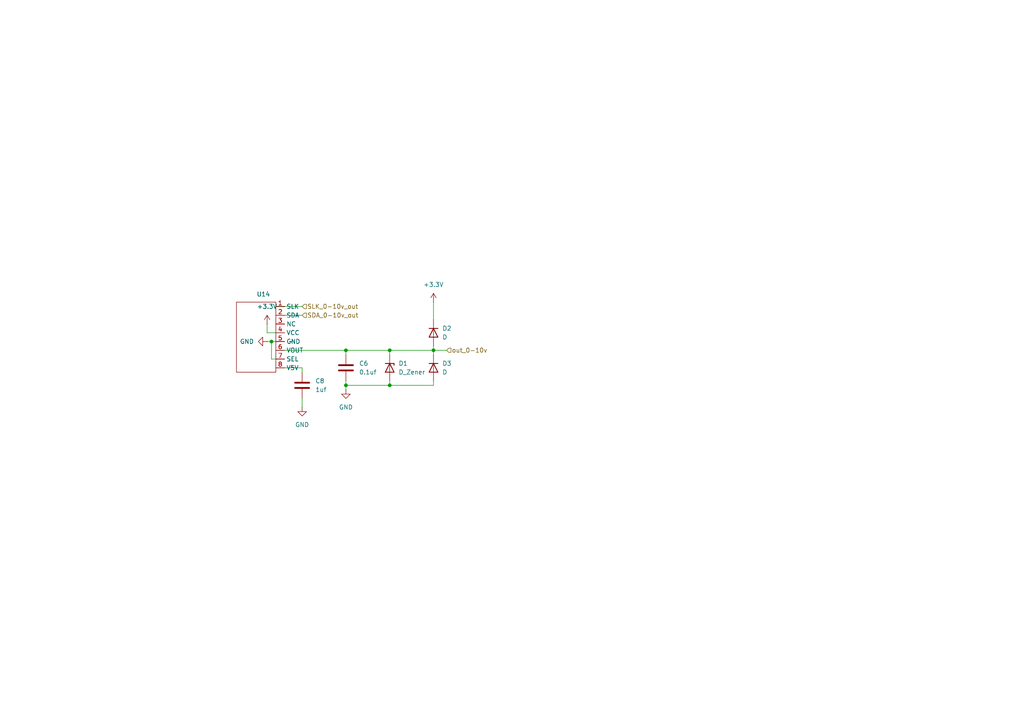
<source format=kicad_sch>
(kicad_sch
	(version 20250114)
	(generator "eeschema")
	(generator_version "9.0")
	(uuid "d7c3933e-f9ec-4a6a-a4d4-1d35525ba12a")
	(paper "A4")
	(lib_symbols
		(symbol "Device:C"
			(pin_numbers
				(hide yes)
			)
			(pin_names
				(offset 0.254)
			)
			(exclude_from_sim no)
			(in_bom yes)
			(on_board yes)
			(property "Reference" "C"
				(at 0.635 2.54 0)
				(effects
					(font
						(size 1.27 1.27)
					)
					(justify left)
				)
			)
			(property "Value" "C"
				(at 0.635 -2.54 0)
				(effects
					(font
						(size 1.27 1.27)
					)
					(justify left)
				)
			)
			(property "Footprint" ""
				(at 0.9652 -3.81 0)
				(effects
					(font
						(size 1.27 1.27)
					)
					(hide yes)
				)
			)
			(property "Datasheet" "~"
				(at 0 0 0)
				(effects
					(font
						(size 1.27 1.27)
					)
					(hide yes)
				)
			)
			(property "Description" "Unpolarized capacitor"
				(at 0 0 0)
				(effects
					(font
						(size 1.27 1.27)
					)
					(hide yes)
				)
			)
			(property "ki_keywords" "cap capacitor"
				(at 0 0 0)
				(effects
					(font
						(size 1.27 1.27)
					)
					(hide yes)
				)
			)
			(property "ki_fp_filters" "C_*"
				(at 0 0 0)
				(effects
					(font
						(size 1.27 1.27)
					)
					(hide yes)
				)
			)
			(symbol "C_0_1"
				(polyline
					(pts
						(xy -2.032 0.762) (xy 2.032 0.762)
					)
					(stroke
						(width 0.508)
						(type default)
					)
					(fill
						(type none)
					)
				)
				(polyline
					(pts
						(xy -2.032 -0.762) (xy 2.032 -0.762)
					)
					(stroke
						(width 0.508)
						(type default)
					)
					(fill
						(type none)
					)
				)
			)
			(symbol "C_1_1"
				(pin passive line
					(at 0 3.81 270)
					(length 2.794)
					(name "~"
						(effects
							(font
								(size 1.27 1.27)
							)
						)
					)
					(number "1"
						(effects
							(font
								(size 1.27 1.27)
							)
						)
					)
				)
				(pin passive line
					(at 0 -3.81 90)
					(length 2.794)
					(name "~"
						(effects
							(font
								(size 1.27 1.27)
							)
						)
					)
					(number "2"
						(effects
							(font
								(size 1.27 1.27)
							)
						)
					)
				)
			)
			(embedded_fonts no)
		)
		(symbol "Device:D"
			(pin_numbers
				(hide yes)
			)
			(pin_names
				(offset 1.016)
				(hide yes)
			)
			(exclude_from_sim no)
			(in_bom yes)
			(on_board yes)
			(property "Reference" "D"
				(at 0 2.54 0)
				(effects
					(font
						(size 1.27 1.27)
					)
				)
			)
			(property "Value" "D"
				(at 0 -2.54 0)
				(effects
					(font
						(size 1.27 1.27)
					)
				)
			)
			(property "Footprint" ""
				(at 0 0 0)
				(effects
					(font
						(size 1.27 1.27)
					)
					(hide yes)
				)
			)
			(property "Datasheet" "~"
				(at 0 0 0)
				(effects
					(font
						(size 1.27 1.27)
					)
					(hide yes)
				)
			)
			(property "Description" "Diode"
				(at 0 0 0)
				(effects
					(font
						(size 1.27 1.27)
					)
					(hide yes)
				)
			)
			(property "Sim.Device" "D"
				(at 0 0 0)
				(effects
					(font
						(size 1.27 1.27)
					)
					(hide yes)
				)
			)
			(property "Sim.Pins" "1=K 2=A"
				(at 0 0 0)
				(effects
					(font
						(size 1.27 1.27)
					)
					(hide yes)
				)
			)
			(property "ki_keywords" "diode"
				(at 0 0 0)
				(effects
					(font
						(size 1.27 1.27)
					)
					(hide yes)
				)
			)
			(property "ki_fp_filters" "TO-???* *_Diode_* *SingleDiode* D_*"
				(at 0 0 0)
				(effects
					(font
						(size 1.27 1.27)
					)
					(hide yes)
				)
			)
			(symbol "D_0_1"
				(polyline
					(pts
						(xy -1.27 1.27) (xy -1.27 -1.27)
					)
					(stroke
						(width 0.254)
						(type default)
					)
					(fill
						(type none)
					)
				)
				(polyline
					(pts
						(xy 1.27 1.27) (xy 1.27 -1.27) (xy -1.27 0) (xy 1.27 1.27)
					)
					(stroke
						(width 0.254)
						(type default)
					)
					(fill
						(type none)
					)
				)
				(polyline
					(pts
						(xy 1.27 0) (xy -1.27 0)
					)
					(stroke
						(width 0)
						(type default)
					)
					(fill
						(type none)
					)
				)
			)
			(symbol "D_1_1"
				(pin passive line
					(at -3.81 0 0)
					(length 2.54)
					(name "K"
						(effects
							(font
								(size 1.27 1.27)
							)
						)
					)
					(number "1"
						(effects
							(font
								(size 1.27 1.27)
							)
						)
					)
				)
				(pin passive line
					(at 3.81 0 180)
					(length 2.54)
					(name "A"
						(effects
							(font
								(size 1.27 1.27)
							)
						)
					)
					(number "2"
						(effects
							(font
								(size 1.27 1.27)
							)
						)
					)
				)
			)
			(embedded_fonts no)
		)
		(symbol "Device:D_Zener"
			(pin_numbers
				(hide yes)
			)
			(pin_names
				(offset 1.016)
				(hide yes)
			)
			(exclude_from_sim no)
			(in_bom yes)
			(on_board yes)
			(property "Reference" "D"
				(at 0 2.54 0)
				(effects
					(font
						(size 1.27 1.27)
					)
				)
			)
			(property "Value" "D_Zener"
				(at 0 -2.54 0)
				(effects
					(font
						(size 1.27 1.27)
					)
				)
			)
			(property "Footprint" ""
				(at 0 0 0)
				(effects
					(font
						(size 1.27 1.27)
					)
					(hide yes)
				)
			)
			(property "Datasheet" "~"
				(at 0 0 0)
				(effects
					(font
						(size 1.27 1.27)
					)
					(hide yes)
				)
			)
			(property "Description" "Zener diode"
				(at 0 0 0)
				(effects
					(font
						(size 1.27 1.27)
					)
					(hide yes)
				)
			)
			(property "ki_keywords" "diode"
				(at 0 0 0)
				(effects
					(font
						(size 1.27 1.27)
					)
					(hide yes)
				)
			)
			(property "ki_fp_filters" "TO-???* *_Diode_* *SingleDiode* D_*"
				(at 0 0 0)
				(effects
					(font
						(size 1.27 1.27)
					)
					(hide yes)
				)
			)
			(symbol "D_Zener_0_1"
				(polyline
					(pts
						(xy -1.27 -1.27) (xy -1.27 1.27) (xy -0.762 1.27)
					)
					(stroke
						(width 0.254)
						(type default)
					)
					(fill
						(type none)
					)
				)
				(polyline
					(pts
						(xy 1.27 0) (xy -1.27 0)
					)
					(stroke
						(width 0)
						(type default)
					)
					(fill
						(type none)
					)
				)
				(polyline
					(pts
						(xy 1.27 -1.27) (xy 1.27 1.27) (xy -1.27 0) (xy 1.27 -1.27)
					)
					(stroke
						(width 0.254)
						(type default)
					)
					(fill
						(type none)
					)
				)
			)
			(symbol "D_Zener_1_1"
				(pin passive line
					(at -3.81 0 0)
					(length 2.54)
					(name "K"
						(effects
							(font
								(size 1.27 1.27)
							)
						)
					)
					(number "1"
						(effects
							(font
								(size 1.27 1.27)
							)
						)
					)
				)
				(pin passive line
					(at 3.81 0 180)
					(length 2.54)
					(name "A"
						(effects
							(font
								(size 1.27 1.27)
							)
						)
					)
					(number "2"
						(effects
							(font
								(size 1.27 1.27)
							)
						)
					)
				)
			)
			(embedded_fonts no)
		)
		(symbol "GP8201S:GP8201S"
			(exclude_from_sim no)
			(in_bom yes)
			(on_board yes)
			(property "Reference" "U"
				(at 0 0 0)
				(effects
					(font
						(size 1.27 1.27)
					)
				)
			)
			(property "Value" ""
				(at 0 0 0)
				(effects
					(font
						(size 1.27 1.27)
					)
				)
			)
			(property "Footprint" ""
				(at 0 0 0)
				(effects
					(font
						(size 1.27 1.27)
					)
					(hide yes)
				)
			)
			(property "Datasheet" ""
				(at 0 0 0)
				(effects
					(font
						(size 1.27 1.27)
					)
					(hide yes)
				)
			)
			(property "Description" ""
				(at 0 0 0)
				(effects
					(font
						(size 1.27 1.27)
					)
					(hide yes)
				)
			)
			(symbol "GP8201S_0_1"
				(rectangle
					(start -12.7 -1.27)
					(end -1.27 -21.59)
					(stroke
						(width 0)
						(type default)
					)
					(fill
						(type none)
					)
				)
			)
			(symbol "GP8201S_1_1"
				(pin input line
					(at -1.27 -2.54 0)
					(length 2.54)
					(name "SLK"
						(effects
							(font
								(size 1.27 1.27)
							)
						)
					)
					(number "1"
						(effects
							(font
								(size 1.27 1.27)
							)
						)
					)
				)
				(pin input line
					(at -1.27 -5.08 0)
					(length 2.54)
					(name "SDA"
						(effects
							(font
								(size 1.27 1.27)
							)
						)
					)
					(number "2"
						(effects
							(font
								(size 1.27 1.27)
							)
						)
					)
				)
				(pin input line
					(at -1.27 -7.62 0)
					(length 2.54)
					(name "NC"
						(effects
							(font
								(size 1.27 1.27)
							)
						)
					)
					(number "3"
						(effects
							(font
								(size 1.27 1.27)
							)
						)
					)
				)
				(pin input line
					(at -1.27 -10.16 0)
					(length 2.54)
					(name "VCC"
						(effects
							(font
								(size 1.27 1.27)
							)
						)
					)
					(number "4"
						(effects
							(font
								(size 1.27 1.27)
							)
						)
					)
				)
				(pin input line
					(at -1.27 -12.7 0)
					(length 2.54)
					(name "GND"
						(effects
							(font
								(size 1.27 1.27)
							)
						)
					)
					(number "5"
						(effects
							(font
								(size 1.27 1.27)
							)
						)
					)
				)
				(pin input line
					(at -1.27 -15.24 0)
					(length 2.54)
					(name "VOUT"
						(effects
							(font
								(size 1.27 1.27)
							)
						)
					)
					(number "6"
						(effects
							(font
								(size 1.27 1.27)
							)
						)
					)
				)
				(pin input line
					(at -1.27 -17.78 0)
					(length 2.54)
					(name "SEL"
						(effects
							(font
								(size 1.27 1.27)
							)
						)
					)
					(number "7"
						(effects
							(font
								(size 1.27 1.27)
							)
						)
					)
				)
				(pin input line
					(at -1.27 -20.32 0)
					(length 2.54)
					(name "V5V"
						(effects
							(font
								(size 1.27 1.27)
							)
						)
					)
					(number "8"
						(effects
							(font
								(size 1.27 1.27)
							)
						)
					)
				)
			)
			(embedded_fonts no)
		)
		(symbol "power:+3.3V"
			(power)
			(pin_numbers
				(hide yes)
			)
			(pin_names
				(offset 0)
				(hide yes)
			)
			(exclude_from_sim no)
			(in_bom yes)
			(on_board yes)
			(property "Reference" "#PWR"
				(at 0 -3.81 0)
				(effects
					(font
						(size 1.27 1.27)
					)
					(hide yes)
				)
			)
			(property "Value" "+3.3V"
				(at 0 3.556 0)
				(effects
					(font
						(size 1.27 1.27)
					)
				)
			)
			(property "Footprint" ""
				(at 0 0 0)
				(effects
					(font
						(size 1.27 1.27)
					)
					(hide yes)
				)
			)
			(property "Datasheet" ""
				(at 0 0 0)
				(effects
					(font
						(size 1.27 1.27)
					)
					(hide yes)
				)
			)
			(property "Description" "Power symbol creates a global label with name \"+3.3V\""
				(at 0 0 0)
				(effects
					(font
						(size 1.27 1.27)
					)
					(hide yes)
				)
			)
			(property "ki_keywords" "global power"
				(at 0 0 0)
				(effects
					(font
						(size 1.27 1.27)
					)
					(hide yes)
				)
			)
			(symbol "+3.3V_0_1"
				(polyline
					(pts
						(xy -0.762 1.27) (xy 0 2.54)
					)
					(stroke
						(width 0)
						(type default)
					)
					(fill
						(type none)
					)
				)
				(polyline
					(pts
						(xy 0 2.54) (xy 0.762 1.27)
					)
					(stroke
						(width 0)
						(type default)
					)
					(fill
						(type none)
					)
				)
				(polyline
					(pts
						(xy 0 0) (xy 0 2.54)
					)
					(stroke
						(width 0)
						(type default)
					)
					(fill
						(type none)
					)
				)
			)
			(symbol "+3.3V_1_1"
				(pin power_in line
					(at 0 0 90)
					(length 0)
					(name "~"
						(effects
							(font
								(size 1.27 1.27)
							)
						)
					)
					(number "1"
						(effects
							(font
								(size 1.27 1.27)
							)
						)
					)
				)
			)
			(embedded_fonts no)
		)
		(symbol "power:GND"
			(power)
			(pin_numbers
				(hide yes)
			)
			(pin_names
				(offset 0)
				(hide yes)
			)
			(exclude_from_sim no)
			(in_bom yes)
			(on_board yes)
			(property "Reference" "#PWR"
				(at 0 -6.35 0)
				(effects
					(font
						(size 1.27 1.27)
					)
					(hide yes)
				)
			)
			(property "Value" "GND"
				(at 0 -3.81 0)
				(effects
					(font
						(size 1.27 1.27)
					)
				)
			)
			(property "Footprint" ""
				(at 0 0 0)
				(effects
					(font
						(size 1.27 1.27)
					)
					(hide yes)
				)
			)
			(property "Datasheet" ""
				(at 0 0 0)
				(effects
					(font
						(size 1.27 1.27)
					)
					(hide yes)
				)
			)
			(property "Description" "Power symbol creates a global label with name \"GND\" , ground"
				(at 0 0 0)
				(effects
					(font
						(size 1.27 1.27)
					)
					(hide yes)
				)
			)
			(property "ki_keywords" "global power"
				(at 0 0 0)
				(effects
					(font
						(size 1.27 1.27)
					)
					(hide yes)
				)
			)
			(symbol "GND_0_1"
				(polyline
					(pts
						(xy 0 0) (xy 0 -1.27) (xy 1.27 -1.27) (xy 0 -2.54) (xy -1.27 -1.27) (xy 0 -1.27)
					)
					(stroke
						(width 0)
						(type default)
					)
					(fill
						(type none)
					)
				)
			)
			(symbol "GND_1_1"
				(pin power_in line
					(at 0 0 270)
					(length 0)
					(name "~"
						(effects
							(font
								(size 1.27 1.27)
							)
						)
					)
					(number "1"
						(effects
							(font
								(size 1.27 1.27)
							)
						)
					)
				)
			)
			(embedded_fonts no)
		)
	)
	(junction
		(at 125.73 101.6)
		(diameter 0)
		(color 0 0 0 0)
		(uuid "0c23a5c3-961b-4c50-ac5b-a65b8c3a75fc")
	)
	(junction
		(at 78.74 99.06)
		(diameter 0)
		(color 0 0 0 0)
		(uuid "118b0f27-7c8f-4728-9625-4eca6b55603c")
	)
	(junction
		(at 100.33 101.6)
		(diameter 0)
		(color 0 0 0 0)
		(uuid "54ed565e-3420-4863-8daa-c3dade617aba")
	)
	(junction
		(at 113.03 111.76)
		(diameter 0)
		(color 0 0 0 0)
		(uuid "9c097064-0b3c-4f36-9a0b-264e8f76b1d2")
	)
	(junction
		(at 113.03 101.6)
		(diameter 0)
		(color 0 0 0 0)
		(uuid "add3b0be-3b2b-4131-83b4-67b85b645688")
	)
	(junction
		(at 100.33 111.76)
		(diameter 0)
		(color 0 0 0 0)
		(uuid "e9c03acc-cd33-4a93-a9bc-8f6d5ba7460c")
	)
	(wire
		(pts
			(xy 125.73 101.6) (xy 129.54 101.6)
		)
		(stroke
			(width 0)
			(type default)
		)
		(uuid "04e10c4c-65c6-4dfa-93fd-2a68d0bc7697")
	)
	(wire
		(pts
			(xy 100.33 111.76) (xy 100.33 113.03)
		)
		(stroke
			(width 0)
			(type default)
		)
		(uuid "04f9373c-4aa9-4286-af89-d6e824c53de1")
	)
	(wire
		(pts
			(xy 77.47 99.06) (xy 78.74 99.06)
		)
		(stroke
			(width 0)
			(type default)
		)
		(uuid "182d432c-b8d8-40b7-831f-6e789320ec0d")
	)
	(wire
		(pts
			(xy 125.73 111.76) (xy 113.03 111.76)
		)
		(stroke
			(width 0)
			(type default)
		)
		(uuid "2bced0ec-53bd-42a2-8d6e-c62b53bf7639")
	)
	(wire
		(pts
			(xy 113.03 101.6) (xy 125.73 101.6)
		)
		(stroke
			(width 0)
			(type default)
		)
		(uuid "2ca4e73d-1791-42bd-abd3-ca643b204c84")
	)
	(wire
		(pts
			(xy 100.33 110.49) (xy 100.33 111.76)
		)
		(stroke
			(width 0)
			(type default)
		)
		(uuid "3d44241e-81f6-427f-abec-e3ed274c8917")
	)
	(wire
		(pts
			(xy 100.33 102.87) (xy 100.33 101.6)
		)
		(stroke
			(width 0)
			(type default)
		)
		(uuid "40c408d7-6582-45bb-9a72-799a05a300cd")
	)
	(wire
		(pts
			(xy 78.74 99.06) (xy 80.01 99.06)
		)
		(stroke
			(width 0)
			(type default)
		)
		(uuid "4ae6d1d7-40c9-4654-9937-200634f46e4f")
	)
	(wire
		(pts
			(xy 87.63 115.57) (xy 87.63 118.11)
		)
		(stroke
			(width 0)
			(type default)
		)
		(uuid "4c7dddc0-6593-416b-9d87-b2213030af59")
	)
	(wire
		(pts
			(xy 80.01 104.14) (xy 78.74 104.14)
		)
		(stroke
			(width 0)
			(type default)
		)
		(uuid "5b1c2ef9-9ca3-44c4-833e-d20c5398a252")
	)
	(wire
		(pts
			(xy 80.01 91.44) (xy 87.63 91.44)
		)
		(stroke
			(width 0)
			(type default)
		)
		(uuid "5d6ca135-2759-4a09-bb2a-d0bc940438bb")
	)
	(wire
		(pts
			(xy 87.63 107.95) (xy 87.63 106.68)
		)
		(stroke
			(width 0)
			(type default)
		)
		(uuid "5f622307-be27-4174-8129-b72f6f45996b")
	)
	(wire
		(pts
			(xy 113.03 111.76) (xy 100.33 111.76)
		)
		(stroke
			(width 0)
			(type default)
		)
		(uuid "7092b087-8e89-4c3e-b6b2-9f6292568404")
	)
	(wire
		(pts
			(xy 113.03 102.87) (xy 113.03 101.6)
		)
		(stroke
			(width 0)
			(type default)
		)
		(uuid "7ee91abd-5f03-4259-a90e-9d56b6c21c4d")
	)
	(wire
		(pts
			(xy 77.47 96.52) (xy 80.01 96.52)
		)
		(stroke
			(width 0)
			(type default)
		)
		(uuid "8231918c-53e2-4d54-acaf-2cc119e8cf84")
	)
	(wire
		(pts
			(xy 77.47 93.98) (xy 77.47 96.52)
		)
		(stroke
			(width 0)
			(type default)
		)
		(uuid "82354fa0-74d0-49c1-b53e-0c1239438048")
	)
	(wire
		(pts
			(xy 100.33 101.6) (xy 113.03 101.6)
		)
		(stroke
			(width 0)
			(type default)
		)
		(uuid "8924d94f-3273-496d-a765-f59b7484c97f")
	)
	(wire
		(pts
			(xy 80.01 101.6) (xy 100.33 101.6)
		)
		(stroke
			(width 0)
			(type default)
		)
		(uuid "8b016935-c77e-4a5a-8e69-2dec74ea970f")
	)
	(wire
		(pts
			(xy 125.73 100.33) (xy 125.73 101.6)
		)
		(stroke
			(width 0)
			(type default)
		)
		(uuid "8cafab46-47f4-415b-b77e-89d65a5aa8a5")
	)
	(wire
		(pts
			(xy 87.63 106.68) (xy 80.01 106.68)
		)
		(stroke
			(width 0)
			(type default)
		)
		(uuid "9ecb7f05-9ee9-4a35-bb12-7b86bdeb209c")
	)
	(wire
		(pts
			(xy 125.73 110.49) (xy 125.73 111.76)
		)
		(stroke
			(width 0)
			(type default)
		)
		(uuid "a688761b-421e-4021-8e2c-1bebc5d7901d")
	)
	(wire
		(pts
			(xy 125.73 101.6) (xy 125.73 102.87)
		)
		(stroke
			(width 0)
			(type default)
		)
		(uuid "b78d4516-3c12-407e-a36e-d7be2b58878d")
	)
	(wire
		(pts
			(xy 78.74 104.14) (xy 78.74 99.06)
		)
		(stroke
			(width 0)
			(type default)
		)
		(uuid "c240a77c-ccd3-432c-a3ad-fef4f2df531e")
	)
	(wire
		(pts
			(xy 80.01 88.9) (xy 87.63 88.9)
		)
		(stroke
			(width 0)
			(type default)
		)
		(uuid "d652b140-8999-4c2b-9349-d33c7873c161")
	)
	(wire
		(pts
			(xy 113.03 110.49) (xy 113.03 111.76)
		)
		(stroke
			(width 0)
			(type default)
		)
		(uuid "d9ba488f-3097-4aeb-b037-059f0b7de3f4")
	)
	(wire
		(pts
			(xy 125.73 87.63) (xy 125.73 92.71)
		)
		(stroke
			(width 0)
			(type default)
		)
		(uuid "e5aa19d8-83fe-4ff9-9fd9-b6290acd251a")
	)
	(hierarchical_label "out_0-10v"
		(shape input)
		(at 129.54 101.6 0)
		(effects
			(font
				(size 1.27 1.27)
			)
			(justify left)
		)
		(uuid "7b619a4e-9cef-4c9d-8868-21592bfc0d48")
	)
	(hierarchical_label "SDA_0-10v_out"
		(shape input)
		(at 87.63 91.44 0)
		(effects
			(font
				(size 1.27 1.27)
			)
			(justify left)
		)
		(uuid "ac756ea1-71ae-4eae-b216-a5726331a3e3")
	)
	(hierarchical_label "SLK_0-10v_out"
		(shape input)
		(at 87.63 88.9 0)
		(effects
			(font
				(size 1.27 1.27)
			)
			(justify left)
		)
		(uuid "afb26099-c0d4-451f-9bf5-882d6480aa9d")
	)
	(symbol
		(lib_id "Device:C")
		(at 87.63 111.76 0)
		(unit 1)
		(exclude_from_sim no)
		(in_bom yes)
		(on_board yes)
		(dnp no)
		(fields_autoplaced yes)
		(uuid "09533db4-9c71-43e4-86ae-87b87cfb81f5")
		(property "Reference" "C8"
			(at 91.44 110.4899 0)
			(effects
				(font
					(size 1.27 1.27)
				)
				(justify left)
			)
		)
		(property "Value" "1uf"
			(at 91.44 113.0299 0)
			(effects
				(font
					(size 1.27 1.27)
				)
				(justify left)
			)
		)
		(property "Footprint" "Capacitor_SMD:C_0805_2012Metric"
			(at 88.5952 115.57 0)
			(effects
				(font
					(size 1.27 1.27)
				)
				(hide yes)
			)
		)
		(property "Datasheet" "~"
			(at 87.63 111.76 0)
			(effects
				(font
					(size 1.27 1.27)
				)
				(hide yes)
			)
		)
		(property "Description" "Unpolarized capacitor"
			(at 87.63 111.76 0)
			(effects
				(font
					(size 1.27 1.27)
				)
				(hide yes)
			)
		)
		(pin "1"
			(uuid "a2b2e9a3-31b0-4e80-8da6-c1ff045a4574")
		)
		(pin "2"
			(uuid "6bdbb4b8-6959-45f8-9614-f28fc59f318d")
		)
		(instances
			(project "ZorionX-Nivara"
				(path "/ae5c9891-8291-492e-8a61-8ac340267b67/d47eca49-96e4-4138-8979-47bb60019f67/0ee5674e-5226-4ebb-9d35-341cfb3e3a28"
					(reference "C8")
					(unit 1)
				)
			)
		)
	)
	(symbol
		(lib_id "power:GND")
		(at 77.47 99.06 270)
		(unit 1)
		(exclude_from_sim no)
		(in_bom yes)
		(on_board yes)
		(dnp no)
		(fields_autoplaced yes)
		(uuid "1a32d53b-bef8-4d5b-89bf-f6856ba9462e")
		(property "Reference" "#PWR056"
			(at 71.12 99.06 0)
			(effects
				(font
					(size 1.27 1.27)
				)
				(hide yes)
			)
		)
		(property "Value" "GND"
			(at 73.66 99.0599 90)
			(effects
				(font
					(size 1.27 1.27)
				)
				(justify right)
			)
		)
		(property "Footprint" ""
			(at 77.47 99.06 0)
			(effects
				(font
					(size 1.27 1.27)
				)
				(hide yes)
			)
		)
		(property "Datasheet" ""
			(at 77.47 99.06 0)
			(effects
				(font
					(size 1.27 1.27)
				)
				(hide yes)
			)
		)
		(property "Description" "Power symbol creates a global label with name \"GND\" , ground"
			(at 77.47 99.06 0)
			(effects
				(font
					(size 1.27 1.27)
				)
				(hide yes)
			)
		)
		(pin "1"
			(uuid "43b2cfa5-ea81-4c9e-9f23-3c1dadee08c0")
		)
		(instances
			(project "ZorionX-Nivara"
				(path "/ae5c9891-8291-492e-8a61-8ac340267b67/d47eca49-96e4-4138-8979-47bb60019f67/0ee5674e-5226-4ebb-9d35-341cfb3e3a28"
					(reference "#PWR056")
					(unit 1)
				)
			)
		)
	)
	(symbol
		(lib_id "GP8201S:GP8201S")
		(at 81.28 86.36 0)
		(unit 1)
		(exclude_from_sim no)
		(in_bom yes)
		(on_board yes)
		(dnp no)
		(uuid "32d3a58c-de1c-40f9-bc2a-229207cbc19e")
		(property "Reference" "U14"
			(at 74.422 85.344 0)
			(effects
				(font
					(size 1.27 1.27)
				)
				(justify left)
			)
		)
		(property "Value" "~"
			(at 83.82 99.06 0)
			(effects
				(font
					(size 1.27 1.27)
				)
				(justify left)
			)
		)
		(property "Footprint" ""
			(at 81.28 86.36 0)
			(effects
				(font
					(size 1.27 1.27)
				)
				(hide yes)
			)
		)
		(property "Datasheet" ""
			(at 81.28 86.36 0)
			(effects
				(font
					(size 1.27 1.27)
				)
				(hide yes)
			)
		)
		(property "Description" ""
			(at 81.28 86.36 0)
			(effects
				(font
					(size 1.27 1.27)
				)
				(hide yes)
			)
		)
		(pin "3"
			(uuid "c7013900-5c85-477f-bfb0-84c25d2e3445")
		)
		(pin "4"
			(uuid "5eceb72c-0ff1-449d-b53b-1ac68c4a2354")
		)
		(pin "1"
			(uuid "60fd1602-f3e6-4f70-878f-d09776140331")
		)
		(pin "5"
			(uuid "1624e7fd-9e0f-4a9f-a084-18318b6a9ca0")
		)
		(pin "7"
			(uuid "60f4933b-7dfc-4aea-b3e8-5493e5ac94df")
		)
		(pin "2"
			(uuid "e9639907-1f74-4a3a-893f-8ded2b061fb9")
		)
		(pin "6"
			(uuid "3cc7cd94-d137-4914-b854-a5f53ec7e25d")
		)
		(pin "8"
			(uuid "41cc985b-46df-4536-9a2f-52a1c2011db7")
		)
		(instances
			(project "ZorionX-Nivara"
				(path "/ae5c9891-8291-492e-8a61-8ac340267b67/d47eca49-96e4-4138-8979-47bb60019f67/0ee5674e-5226-4ebb-9d35-341cfb3e3a28"
					(reference "U14")
					(unit 1)
				)
			)
		)
	)
	(symbol
		(lib_id "Device:C")
		(at 100.33 106.68 0)
		(unit 1)
		(exclude_from_sim no)
		(in_bom yes)
		(on_board yes)
		(dnp no)
		(fields_autoplaced yes)
		(uuid "4a578acf-6a7a-456e-92d5-9c2bf627f460")
		(property "Reference" "C6"
			(at 104.14 105.4099 0)
			(effects
				(font
					(size 1.27 1.27)
				)
				(justify left)
			)
		)
		(property "Value" "0.1uf"
			(at 104.14 107.9499 0)
			(effects
				(font
					(size 1.27 1.27)
				)
				(justify left)
			)
		)
		(property "Footprint" "Capacitor_SMD:C_0805_2012Metric"
			(at 101.2952 110.49 0)
			(effects
				(font
					(size 1.27 1.27)
				)
				(hide yes)
			)
		)
		(property "Datasheet" "~"
			(at 100.33 106.68 0)
			(effects
				(font
					(size 1.27 1.27)
				)
				(hide yes)
			)
		)
		(property "Description" "Unpolarized capacitor"
			(at 100.33 106.68 0)
			(effects
				(font
					(size 1.27 1.27)
				)
				(hide yes)
			)
		)
		(pin "1"
			(uuid "0d2341ac-fd42-4825-80d4-a58cdc4f6824")
		)
		(pin "2"
			(uuid "a126a488-ca13-4a15-979c-d78ac1d24309")
		)
		(instances
			(project "ZorionX-Nivara"
				(path "/ae5c9891-8291-492e-8a61-8ac340267b67/d47eca49-96e4-4138-8979-47bb60019f67/0ee5674e-5226-4ebb-9d35-341cfb3e3a28"
					(reference "C6")
					(unit 1)
				)
			)
		)
	)
	(symbol
		(lib_id "Device:D_Zener")
		(at 113.03 106.68 270)
		(unit 1)
		(exclude_from_sim no)
		(in_bom yes)
		(on_board yes)
		(dnp no)
		(fields_autoplaced yes)
		(uuid "4ddce6f4-723b-43bb-a684-9a45e03471cd")
		(property "Reference" "D1"
			(at 115.57 105.4099 90)
			(effects
				(font
					(size 1.27 1.27)
				)
				(justify left)
			)
		)
		(property "Value" "D_Zener"
			(at 115.57 107.9499 90)
			(effects
				(font
					(size 1.27 1.27)
				)
				(justify left)
			)
		)
		(property "Footprint" "Inductor_SMD:L_0201_0603Metric"
			(at 113.03 106.68 0)
			(effects
				(font
					(size 1.27 1.27)
				)
				(hide yes)
			)
		)
		(property "Datasheet" "~"
			(at 113.03 106.68 0)
			(effects
				(font
					(size 1.27 1.27)
				)
				(hide yes)
			)
		)
		(property "Description" "Zener diode"
			(at 113.03 106.68 0)
			(effects
				(font
					(size 1.27 1.27)
				)
				(hide yes)
			)
		)
		(pin "2"
			(uuid "0db59c08-dc7f-4fe9-98e7-ba61d570b516")
		)
		(pin "1"
			(uuid "0fbbba46-708b-4847-8300-8a7be3df3a6b")
		)
		(instances
			(project "ZorionX-Nivara"
				(path "/ae5c9891-8291-492e-8a61-8ac340267b67/d47eca49-96e4-4138-8979-47bb60019f67/0ee5674e-5226-4ebb-9d35-341cfb3e3a28"
					(reference "D1")
					(unit 1)
				)
			)
		)
	)
	(symbol
		(lib_id "power:GND")
		(at 100.33 113.03 0)
		(unit 1)
		(exclude_from_sim no)
		(in_bom yes)
		(on_board yes)
		(dnp no)
		(fields_autoplaced yes)
		(uuid "524de7e0-a7af-4943-9d78-eb56ab0afe55")
		(property "Reference" "#PWR057"
			(at 100.33 119.38 0)
			(effects
				(font
					(size 1.27 1.27)
				)
				(hide yes)
			)
		)
		(property "Value" "GND"
			(at 100.33 118.11 0)
			(effects
				(font
					(size 1.27 1.27)
				)
			)
		)
		(property "Footprint" ""
			(at 100.33 113.03 0)
			(effects
				(font
					(size 1.27 1.27)
				)
				(hide yes)
			)
		)
		(property "Datasheet" ""
			(at 100.33 113.03 0)
			(effects
				(font
					(size 1.27 1.27)
				)
				(hide yes)
			)
		)
		(property "Description" "Power symbol creates a global label with name \"GND\" , ground"
			(at 100.33 113.03 0)
			(effects
				(font
					(size 1.27 1.27)
				)
				(hide yes)
			)
		)
		(pin "1"
			(uuid "dd247e0a-b2e0-427d-827f-b1741a87930f")
		)
		(instances
			(project "ZorionX-Nivara"
				(path "/ae5c9891-8291-492e-8a61-8ac340267b67/d47eca49-96e4-4138-8979-47bb60019f67/0ee5674e-5226-4ebb-9d35-341cfb3e3a28"
					(reference "#PWR057")
					(unit 1)
				)
			)
		)
	)
	(symbol
		(lib_id "Device:D")
		(at 125.73 106.68 270)
		(unit 1)
		(exclude_from_sim no)
		(in_bom yes)
		(on_board yes)
		(dnp no)
		(fields_autoplaced yes)
		(uuid "b871b982-08b4-4d81-b702-d7f10e8dd24e")
		(property "Reference" "D3"
			(at 128.27 105.4099 90)
			(effects
				(font
					(size 1.27 1.27)
				)
				(justify left)
			)
		)
		(property "Value" "D"
			(at 128.27 107.9499 90)
			(effects
				(font
					(size 1.27 1.27)
				)
				(justify left)
			)
		)
		(property "Footprint" "Inductor_SMD:L_0201_0603Metric"
			(at 125.73 106.68 0)
			(effects
				(font
					(size 1.27 1.27)
				)
				(hide yes)
			)
		)
		(property "Datasheet" "~"
			(at 125.73 106.68 0)
			(effects
				(font
					(size 1.27 1.27)
				)
				(hide yes)
			)
		)
		(property "Description" "Diode"
			(at 125.73 106.68 0)
			(effects
				(font
					(size 1.27 1.27)
				)
				(hide yes)
			)
		)
		(property "Sim.Device" "D"
			(at 125.73 106.68 0)
			(effects
				(font
					(size 1.27 1.27)
				)
				(hide yes)
			)
		)
		(property "Sim.Pins" "1=K 2=A"
			(at 125.73 106.68 0)
			(effects
				(font
					(size 1.27 1.27)
				)
				(hide yes)
			)
		)
		(pin "1"
			(uuid "39e8b1d0-e07f-47c0-a529-4d756324dac0")
		)
		(pin "2"
			(uuid "d41ac0a2-7d03-43ab-bf0d-256a4d7cdf33")
		)
		(instances
			(project "ZorionX-Nivara"
				(path "/ae5c9891-8291-492e-8a61-8ac340267b67/d47eca49-96e4-4138-8979-47bb60019f67/0ee5674e-5226-4ebb-9d35-341cfb3e3a28"
					(reference "D3")
					(unit 1)
				)
			)
		)
	)
	(symbol
		(lib_id "power:GND")
		(at 87.63 118.11 0)
		(unit 1)
		(exclude_from_sim no)
		(in_bom yes)
		(on_board yes)
		(dnp no)
		(fields_autoplaced yes)
		(uuid "b954f499-dcb2-486f-8eac-8b5abc797c91")
		(property "Reference" "#PWR059"
			(at 87.63 124.46 0)
			(effects
				(font
					(size 1.27 1.27)
				)
				(hide yes)
			)
		)
		(property "Value" "GND"
			(at 87.63 123.19 0)
			(effects
				(font
					(size 1.27 1.27)
				)
			)
		)
		(property "Footprint" ""
			(at 87.63 118.11 0)
			(effects
				(font
					(size 1.27 1.27)
				)
				(hide yes)
			)
		)
		(property "Datasheet" ""
			(at 87.63 118.11 0)
			(effects
				(font
					(size 1.27 1.27)
				)
				(hide yes)
			)
		)
		(property "Description" "Power symbol creates a global label with name \"GND\" , ground"
			(at 87.63 118.11 0)
			(effects
				(font
					(size 1.27 1.27)
				)
				(hide yes)
			)
		)
		(pin "1"
			(uuid "f9ec7f61-a016-4a67-8b55-184c4532b938")
		)
		(instances
			(project "ZorionX-Nivara"
				(path "/ae5c9891-8291-492e-8a61-8ac340267b67/d47eca49-96e4-4138-8979-47bb60019f67/0ee5674e-5226-4ebb-9d35-341cfb3e3a28"
					(reference "#PWR059")
					(unit 1)
				)
			)
		)
	)
	(symbol
		(lib_id "power:+3.3V")
		(at 77.47 93.98 0)
		(unit 1)
		(exclude_from_sim no)
		(in_bom yes)
		(on_board yes)
		(dnp no)
		(fields_autoplaced yes)
		(uuid "cb0db9d2-01b1-41fd-ab04-d7a7ddd01f7c")
		(property "Reference" "#PWR067"
			(at 77.47 97.79 0)
			(effects
				(font
					(size 1.27 1.27)
				)
				(hide yes)
			)
		)
		(property "Value" "+3.3V"
			(at 77.47 88.9 0)
			(effects
				(font
					(size 1.27 1.27)
				)
			)
		)
		(property "Footprint" ""
			(at 77.47 93.98 0)
			(effects
				(font
					(size 1.27 1.27)
				)
				(hide yes)
			)
		)
		(property "Datasheet" ""
			(at 77.47 93.98 0)
			(effects
				(font
					(size 1.27 1.27)
				)
				(hide yes)
			)
		)
		(property "Description" "Power symbol creates a global label with name \"+3.3V\""
			(at 77.47 93.98 0)
			(effects
				(font
					(size 1.27 1.27)
				)
				(hide yes)
			)
		)
		(pin "1"
			(uuid "1b983a6f-a2ec-40e7-9205-b3d55ee0e4d4")
		)
		(instances
			(project ""
				(path "/ae5c9891-8291-492e-8a61-8ac340267b67/d47eca49-96e4-4138-8979-47bb60019f67/0ee5674e-5226-4ebb-9d35-341cfb3e3a28"
					(reference "#PWR067")
					(unit 1)
				)
			)
		)
	)
	(symbol
		(lib_id "Device:D")
		(at 125.73 96.52 270)
		(unit 1)
		(exclude_from_sim no)
		(in_bom yes)
		(on_board yes)
		(dnp no)
		(fields_autoplaced yes)
		(uuid "ef7fb736-ee39-4648-b655-3947c4d4df08")
		(property "Reference" "D2"
			(at 128.27 95.2499 90)
			(effects
				(font
					(size 1.27 1.27)
				)
				(justify left)
			)
		)
		(property "Value" "D"
			(at 128.27 97.7899 90)
			(effects
				(font
					(size 1.27 1.27)
				)
				(justify left)
			)
		)
		(property "Footprint" "Inductor_SMD:L_0201_0603Metric"
			(at 125.73 96.52 0)
			(effects
				(font
					(size 1.27 1.27)
				)
				(hide yes)
			)
		)
		(property "Datasheet" ""
			(at 125.73 96.52 0)
			(effects
				(font
					(size 1.27 1.27)
				)
				(hide yes)
			)
		)
		(property "Description" "Diode"
			(at 125.73 96.52 0)
			(effects
				(font
					(size 1.27 1.27)
				)
				(hide yes)
			)
		)
		(property "Sim.Device" "D"
			(at 125.73 96.52 0)
			(effects
				(font
					(size 1.27 1.27)
				)
				(hide yes)
			)
		)
		(property "Sim.Pins" "1=K 2=A"
			(at 125.73 96.52 0)
			(effects
				(font
					(size 1.27 1.27)
				)
				(hide yes)
			)
		)
		(pin "1"
			(uuid "2eca6a4d-1888-4727-ab62-36b731f35cef")
		)
		(pin "2"
			(uuid "234e3299-78ac-4a5a-8b9a-27031d421e42")
		)
		(instances
			(project "ZorionX-Nivara"
				(path "/ae5c9891-8291-492e-8a61-8ac340267b67/d47eca49-96e4-4138-8979-47bb60019f67/0ee5674e-5226-4ebb-9d35-341cfb3e3a28"
					(reference "D2")
					(unit 1)
				)
			)
		)
	)
	(symbol
		(lib_id "power:+3.3V")
		(at 125.73 87.63 0)
		(unit 1)
		(exclude_from_sim no)
		(in_bom yes)
		(on_board yes)
		(dnp no)
		(fields_autoplaced yes)
		(uuid "faaa1ba4-9512-42df-a8c9-f52c552f6d30")
		(property "Reference" "#PWR055"
			(at 125.73 91.44 0)
			(effects
				(font
					(size 1.27 1.27)
				)
				(hide yes)
			)
		)
		(property "Value" "+3.3V"
			(at 125.73 82.55 0)
			(effects
				(font
					(size 1.27 1.27)
				)
			)
		)
		(property "Footprint" ""
			(at 125.73 87.63 0)
			(effects
				(font
					(size 1.27 1.27)
				)
				(hide yes)
			)
		)
		(property "Datasheet" ""
			(at 125.73 87.63 0)
			(effects
				(font
					(size 1.27 1.27)
				)
				(hide yes)
			)
		)
		(property "Description" "Power symbol creates a global label with name \"+3.3V\""
			(at 125.73 87.63 0)
			(effects
				(font
					(size 1.27 1.27)
				)
				(hide yes)
			)
		)
		(pin "1"
			(uuid "794a79c5-4998-4f8f-a66e-4ef789f8b389")
		)
		(instances
			(project "ZorionX-Nivara_V1.4"
				(path "/ae5c9891-8291-492e-8a61-8ac340267b67/d47eca49-96e4-4138-8979-47bb60019f67/0ee5674e-5226-4ebb-9d35-341cfb3e3a28"
					(reference "#PWR055")
					(unit 1)
				)
			)
		)
	)
)

</source>
